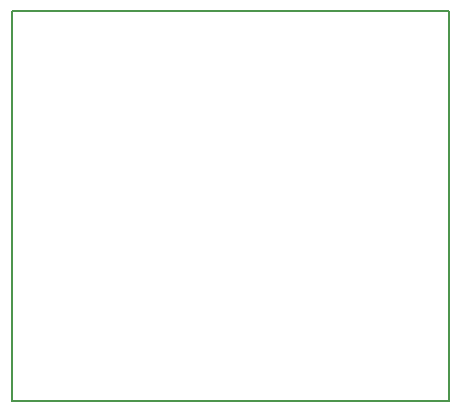
<source format=gto>
G04 #@! TF.FileFunction,Legend,Top*
%FSLAX46Y46*%
G04 Gerber Fmt 4.6, Leading zero omitted, Abs format (unit mm)*
G04 Created by KiCad (PCBNEW 4.0.1-stable) date 03/25/18 14:57:27*
%MOMM*%
G01*
G04 APERTURE LIST*
%ADD10C,0.050000*%
%ADD11C,0.200000*%
G04 APERTURE END LIST*
D10*
D11*
X150000000Y-144000000D02*
X150000000Y-111000000D01*
X187000000Y-144000000D02*
X150000000Y-144000000D01*
X187000000Y-111000000D02*
X187000000Y-144000000D01*
X150000000Y-111000000D02*
X187000000Y-111000000D01*
M02*

</source>
